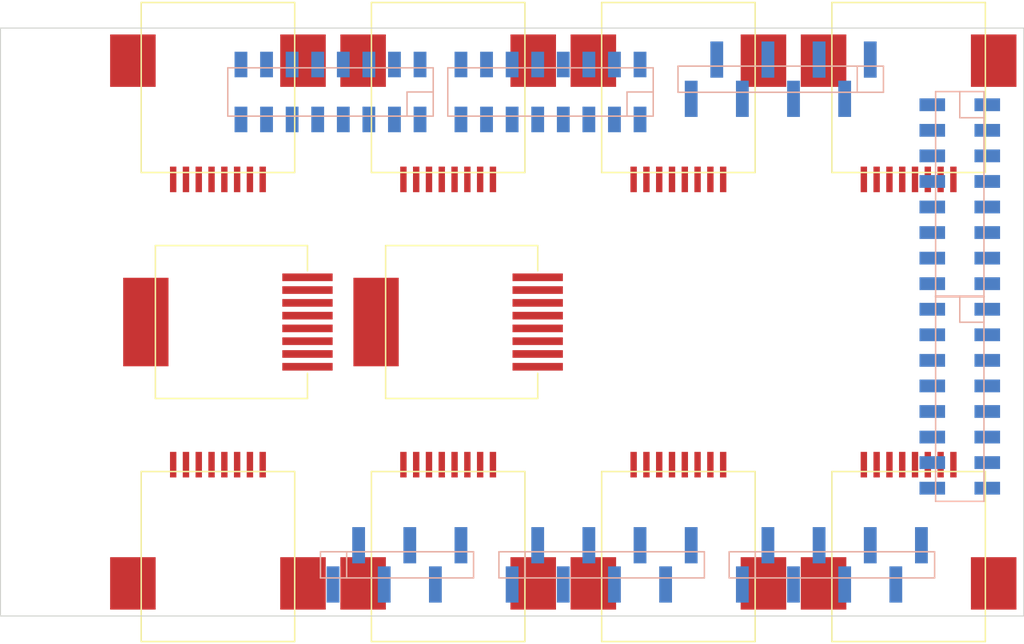
<source format=kicad_pcb>
(kicad_pcb (version 3) (host pcbnew "(2013-07-07 BZR 4022)-stable")

  (general
    (links 2)
    (no_connects 2)
    (area 50.749999 45.216 153.117474 109.724)
    (thickness 1.6)
    (drawings 4)
    (tracks 0)
    (zones 0)
    (modules 18)
    (nets 2)
  )

  (page A3)
  (layers
    (15 F.Cu signal)
    (0 B.Cu signal)
    (16 B.Adhes user)
    (17 F.Adhes user)
    (18 B.Paste user)
    (19 F.Paste user)
    (20 B.SilkS user)
    (21 F.SilkS user)
    (22 B.Mask user)
    (23 F.Mask user)
    (24 Dwgs.User user)
    (25 Cmts.User user)
    (26 Eco1.User user)
    (27 Eco2.User user)
    (28 Edge.Cuts user)
  )

  (setup
    (last_trace_width 0.254)
    (trace_clearance 0.254)
    (zone_clearance 0.508)
    (zone_45_only no)
    (trace_min 0.254)
    (segment_width 0.2)
    (edge_width 0.1)
    (via_size 0.889)
    (via_drill 0.635)
    (via_min_size 0.889)
    (via_min_drill 0.508)
    (uvia_size 0.508)
    (uvia_drill 0.127)
    (uvias_allowed no)
    (uvia_min_size 0.508)
    (uvia_min_drill 0.127)
    (pcb_text_width 0.3)
    (pcb_text_size 1.5 1.5)
    (mod_edge_width 0.15)
    (mod_text_size 1 1)
    (mod_text_width 0.15)
    (pad_size 8.8 4.5)
    (pad_drill 0)
    (pad_to_mask_clearance 0)
    (aux_axis_origin 0 0)
    (visible_elements 7FFFFFFF)
    (pcbplotparams
      (layerselection 3178497)
      (usegerberextensions true)
      (excludeedgelayer true)
      (linewidth 0.150000)
      (plotframeref false)
      (viasonmask false)
      (mode 1)
      (useauxorigin false)
      (hpglpennumber 1)
      (hpglpenspeed 20)
      (hpglpendiameter 15)
      (hpglpenoverlay 2)
      (psnegative false)
      (psa4output false)
      (plotreference true)
      (plotvalue true)
      (plotothertext true)
      (plotinvisibletext false)
      (padsonsilk false)
      (subtractmaskfromsilk false)
      (outputformat 1)
      (mirror false)
      (drillshape 1)
      (scaleselection 1)
      (outputdirectory ""))
  )

  (net 0 "")
  (net 1 GND)

  (net_class Default "This is the default net class."
    (clearance 0.254)
    (trace_width 0.254)
    (via_dia 0.889)
    (via_drill 0.635)
    (uvia_dia 0.508)
    (uvia_drill 0.127)
    (add_net "")
    (add_net GND)
  )

  (module CONN-WM6469CT (layer F.Cu) (tedit 522B8F35) (tstamp 522BB075)
    (at 72.39 109.22)
    (descr "Conn, RJ45")
    (tags Conn)
    (path /522B92BB)
    (fp_text reference J1 (at 0 -11.43) (layer F.SilkS) hide
      (effects (font (size 1 1) (thickness 0.15)))
    )
    (fp_text value MTR1 (at 0 -12.7) (layer F.SilkS) hide
      (effects (font (size 1 1) (thickness 0.15)))
    )
    (fp_line (start -7.62 0) (end -7.62 -16.891) (layer F.SilkS) (width 0.15))
    (fp_line (start -7.62 -16.891) (end 7.62 -16.891) (layer F.SilkS) (width 0.15))
    (fp_line (start 7.62 -16.891) (end 7.62 0) (layer F.SilkS) (width 0.15))
    (fp_line (start 7.62 0) (end -7.62 0) (layer F.SilkS) (width 0.15))
    (pad 1 smd rect (at -4.445 -17.5768) (size 0.635 2.54)
      (layers F.Cu F.Paste F.Mask)
    )
    (pad 2 smd rect (at -3.175 -17.5768) (size 0.635 2.54)
      (layers F.Cu F.Paste F.Mask)
    )
    (pad 3 smd rect (at -1.905 -17.5768) (size 0.635 2.54)
      (layers F.Cu F.Paste F.Mask)
    )
    (pad 4 smd rect (at -0.635 -17.5768) (size 0.635 2.54)
      (layers F.Cu F.Paste F.Mask)
    )
    (pad 5 smd rect (at 0.635 -17.5768) (size 0.635 2.54)
      (layers F.Cu F.Paste F.Mask)
    )
    (pad 6 smd rect (at 1.905 -17.5768) (size 0.635 2.54)
      (layers F.Cu F.Paste F.Mask)
    )
    (pad 7 smd rect (at 3.175 -17.5768) (size 0.635 2.54)
      (layers F.Cu F.Paste F.Mask)
    )
    (pad 8 smd rect (at 4.445 -17.5768) (size 0.635 2.54)
      (layers F.Cu F.Paste F.Mask)
    )
    (pad "" smd rect (at 8.4455 -5.7785) (size 4.5212 5.207)
      (layers F.Cu F.Paste F.Mask)
    )
    (pad "" smd rect (at -8.4455 -5.7785) (size 4.5212 5.207)
      (layers F.Cu F.Paste F.Mask)
    )
  )

  (module CONN-WM6469CT (layer F.Cu) (tedit 522B8F35) (tstamp 522BB062)
    (at 118.11 109.22)
    (descr "Conn, RJ45")
    (tags Conn)
    (path /522B92CA)
    (fp_text reference J3 (at 0 -11.43) (layer F.SilkS) hide
      (effects (font (size 1 1) (thickness 0.15)))
    )
    (fp_text value MTR2 (at 0 -12.7) (layer F.SilkS) hide
      (effects (font (size 1 1) (thickness 0.15)))
    )
    (fp_line (start -7.62 0) (end -7.62 -16.891) (layer F.SilkS) (width 0.15))
    (fp_line (start -7.62 -16.891) (end 7.62 -16.891) (layer F.SilkS) (width 0.15))
    (fp_line (start 7.62 -16.891) (end 7.62 0) (layer F.SilkS) (width 0.15))
    (fp_line (start 7.62 0) (end -7.62 0) (layer F.SilkS) (width 0.15))
    (pad 1 smd rect (at -4.445 -17.5768) (size 0.635 2.54)
      (layers F.Cu F.Paste F.Mask)
    )
    (pad 2 smd rect (at -3.175 -17.5768) (size 0.635 2.54)
      (layers F.Cu F.Paste F.Mask)
    )
    (pad 3 smd rect (at -1.905 -17.5768) (size 0.635 2.54)
      (layers F.Cu F.Paste F.Mask)
    )
    (pad 4 smd rect (at -0.635 -17.5768) (size 0.635 2.54)
      (layers F.Cu F.Paste F.Mask)
    )
    (pad 5 smd rect (at 0.635 -17.5768) (size 0.635 2.54)
      (layers F.Cu F.Paste F.Mask)
    )
    (pad 6 smd rect (at 1.905 -17.5768) (size 0.635 2.54)
      (layers F.Cu F.Paste F.Mask)
    )
    (pad 7 smd rect (at 3.175 -17.5768) (size 0.635 2.54)
      (layers F.Cu F.Paste F.Mask)
    )
    (pad 8 smd rect (at 4.445 -17.5768) (size 0.635 2.54)
      (layers F.Cu F.Paste F.Mask)
    )
    (pad "" smd rect (at 8.4455 -5.7785) (size 4.5212 5.207)
      (layers F.Cu F.Paste F.Mask)
    )
    (pad "" smd rect (at -8.4455 -5.7785) (size 4.5212 5.207)
      (layers F.Cu F.Paste F.Mask)
    )
  )

  (module CONN-WM6469CT (layer F.Cu) (tedit 522B8F35) (tstamp 522BB04F)
    (at 95.25 45.72 180)
    (descr "Conn, RJ45")
    (tags Conn)
    (path /522B92D9)
    (fp_text reference J5 (at 0 -11.43 180) (layer F.SilkS) hide
      (effects (font (size 1 1) (thickness 0.15)))
    )
    (fp_text value MTR3 (at 0 -12.7 180) (layer F.SilkS) hide
      (effects (font (size 1 1) (thickness 0.15)))
    )
    (fp_line (start -7.62 0) (end -7.62 -16.891) (layer F.SilkS) (width 0.15))
    (fp_line (start -7.62 -16.891) (end 7.62 -16.891) (layer F.SilkS) (width 0.15))
    (fp_line (start 7.62 -16.891) (end 7.62 0) (layer F.SilkS) (width 0.15))
    (fp_line (start 7.62 0) (end -7.62 0) (layer F.SilkS) (width 0.15))
    (pad 1 smd rect (at -4.445 -17.5768 180) (size 0.635 2.54)
      (layers F.Cu F.Paste F.Mask)
    )
    (pad 2 smd rect (at -3.175 -17.5768 180) (size 0.635 2.54)
      (layers F.Cu F.Paste F.Mask)
    )
    (pad 3 smd rect (at -1.905 -17.5768 180) (size 0.635 2.54)
      (layers F.Cu F.Paste F.Mask)
    )
    (pad 4 smd rect (at -0.635 -17.5768 180) (size 0.635 2.54)
      (layers F.Cu F.Paste F.Mask)
    )
    (pad 5 smd rect (at 0.635 -17.5768 180) (size 0.635 2.54)
      (layers F.Cu F.Paste F.Mask)
    )
    (pad 6 smd rect (at 1.905 -17.5768 180) (size 0.635 2.54)
      (layers F.Cu F.Paste F.Mask)
    )
    (pad 7 smd rect (at 3.175 -17.5768 180) (size 0.635 2.54)
      (layers F.Cu F.Paste F.Mask)
    )
    (pad 8 smd rect (at 4.445 -17.5768 180) (size 0.635 2.54)
      (layers F.Cu F.Paste F.Mask)
    )
    (pad "" smd rect (at 8.4455 -5.7785 180) (size 4.5212 5.207)
      (layers F.Cu F.Paste F.Mask)
    )
    (pad "" smd rect (at -8.4455 -5.7785 180) (size 4.5212 5.207)
      (layers F.Cu F.Paste F.Mask)
    )
  )

  (module CONN-WM6469CT (layer F.Cu) (tedit 522B8F35) (tstamp 522BB03C)
    (at 95.25 109.22)
    (descr "Conn, RJ45")
    (tags Conn)
    (path /522B92E8)
    (fp_text reference J2 (at 0 -11.43) (layer F.SilkS) hide
      (effects (font (size 1 1) (thickness 0.15)))
    )
    (fp_text value MTR4 (at 0 -12.7) (layer F.SilkS) hide
      (effects (font (size 1 1) (thickness 0.15)))
    )
    (fp_line (start -7.62 0) (end -7.62 -16.891) (layer F.SilkS) (width 0.15))
    (fp_line (start -7.62 -16.891) (end 7.62 -16.891) (layer F.SilkS) (width 0.15))
    (fp_line (start 7.62 -16.891) (end 7.62 0) (layer F.SilkS) (width 0.15))
    (fp_line (start 7.62 0) (end -7.62 0) (layer F.SilkS) (width 0.15))
    (pad 1 smd rect (at -4.445 -17.5768) (size 0.635 2.54)
      (layers F.Cu F.Paste F.Mask)
    )
    (pad 2 smd rect (at -3.175 -17.5768) (size 0.635 2.54)
      (layers F.Cu F.Paste F.Mask)
    )
    (pad 3 smd rect (at -1.905 -17.5768) (size 0.635 2.54)
      (layers F.Cu F.Paste F.Mask)
    )
    (pad 4 smd rect (at -0.635 -17.5768) (size 0.635 2.54)
      (layers F.Cu F.Paste F.Mask)
    )
    (pad 5 smd rect (at 0.635 -17.5768) (size 0.635 2.54)
      (layers F.Cu F.Paste F.Mask)
    )
    (pad 6 smd rect (at 1.905 -17.5768) (size 0.635 2.54)
      (layers F.Cu F.Paste F.Mask)
    )
    (pad 7 smd rect (at 3.175 -17.5768) (size 0.635 2.54)
      (layers F.Cu F.Paste F.Mask)
    )
    (pad 8 smd rect (at 4.445 -17.5768) (size 0.635 2.54)
      (layers F.Cu F.Paste F.Mask)
    )
    (pad "" smd rect (at 8.4455 -5.7785) (size 4.5212 5.207)
      (layers F.Cu F.Paste F.Mask)
    )
    (pad "" smd rect (at -8.4455 -5.7785) (size 4.5212 5.207)
      (layers F.Cu F.Paste F.Mask)
    )
  )

  (module CONN-WM6469CT (layer F.Cu) (tedit 522B8F35) (tstamp 522BB029)
    (at 72.39 45.72 180)
    (descr "Conn, RJ45")
    (tags Conn)
    (path /522B92F7)
    (fp_text reference J4 (at 0 -11.43 180) (layer F.SilkS) hide
      (effects (font (size 1 1) (thickness 0.15)))
    )
    (fp_text value MTR5 (at 0 -12.7 180) (layer F.SilkS) hide
      (effects (font (size 1 1) (thickness 0.15)))
    )
    (fp_line (start -7.62 0) (end -7.62 -16.891) (layer F.SilkS) (width 0.15))
    (fp_line (start -7.62 -16.891) (end 7.62 -16.891) (layer F.SilkS) (width 0.15))
    (fp_line (start 7.62 -16.891) (end 7.62 0) (layer F.SilkS) (width 0.15))
    (fp_line (start 7.62 0) (end -7.62 0) (layer F.SilkS) (width 0.15))
    (pad 1 smd rect (at -4.445 -17.5768 180) (size 0.635 2.54)
      (layers F.Cu F.Paste F.Mask)
    )
    (pad 2 smd rect (at -3.175 -17.5768 180) (size 0.635 2.54)
      (layers F.Cu F.Paste F.Mask)
    )
    (pad 3 smd rect (at -1.905 -17.5768 180) (size 0.635 2.54)
      (layers F.Cu F.Paste F.Mask)
    )
    (pad 4 smd rect (at -0.635 -17.5768 180) (size 0.635 2.54)
      (layers F.Cu F.Paste F.Mask)
    )
    (pad 5 smd rect (at 0.635 -17.5768 180) (size 0.635 2.54)
      (layers F.Cu F.Paste F.Mask)
    )
    (pad 6 smd rect (at 1.905 -17.5768 180) (size 0.635 2.54)
      (layers F.Cu F.Paste F.Mask)
    )
    (pad 7 smd rect (at 3.175 -17.5768 180) (size 0.635 2.54)
      (layers F.Cu F.Paste F.Mask)
    )
    (pad 8 smd rect (at 4.445 -17.5768 180) (size 0.635 2.54)
      (layers F.Cu F.Paste F.Mask)
    )
    (pad "" smd rect (at 8.4455 -5.7785 180) (size 4.5212 5.207)
      (layers F.Cu F.Paste F.Mask)
    )
    (pad "" smd rect (at -8.4455 -5.7785 180) (size 4.5212 5.207)
      (layers F.Cu F.Paste F.Mask)
    )
  )

  (module CONN-WM6469CT (layer F.Cu) (tedit 522B8F35) (tstamp 522BB016)
    (at 118.11 45.72 180)
    (descr "Conn, RJ45")
    (tags Conn)
    (path /522B9306)
    (fp_text reference J6 (at 0 -11.43 180) (layer F.SilkS) hide
      (effects (font (size 1 1) (thickness 0.15)))
    )
    (fp_text value MTR6 (at 0 -12.7 180) (layer F.SilkS) hide
      (effects (font (size 1 1) (thickness 0.15)))
    )
    (fp_line (start -7.62 0) (end -7.62 -16.891) (layer F.SilkS) (width 0.15))
    (fp_line (start -7.62 -16.891) (end 7.62 -16.891) (layer F.SilkS) (width 0.15))
    (fp_line (start 7.62 -16.891) (end 7.62 0) (layer F.SilkS) (width 0.15))
    (fp_line (start 7.62 0) (end -7.62 0) (layer F.SilkS) (width 0.15))
    (pad 1 smd rect (at -4.445 -17.5768 180) (size 0.635 2.54)
      (layers F.Cu F.Paste F.Mask)
    )
    (pad 2 smd rect (at -3.175 -17.5768 180) (size 0.635 2.54)
      (layers F.Cu F.Paste F.Mask)
    )
    (pad 3 smd rect (at -1.905 -17.5768 180) (size 0.635 2.54)
      (layers F.Cu F.Paste F.Mask)
    )
    (pad 4 smd rect (at -0.635 -17.5768 180) (size 0.635 2.54)
      (layers F.Cu F.Paste F.Mask)
    )
    (pad 5 smd rect (at 0.635 -17.5768 180) (size 0.635 2.54)
      (layers F.Cu F.Paste F.Mask)
    )
    (pad 6 smd rect (at 1.905 -17.5768 180) (size 0.635 2.54)
      (layers F.Cu F.Paste F.Mask)
    )
    (pad 7 smd rect (at 3.175 -17.5768 180) (size 0.635 2.54)
      (layers F.Cu F.Paste F.Mask)
    )
    (pad 8 smd rect (at 4.445 -17.5768 180) (size 0.635 2.54)
      (layers F.Cu F.Paste F.Mask)
    )
    (pad "" smd rect (at 8.4455 -5.7785 180) (size 4.5212 5.207)
      (layers F.Cu F.Paste F.Mask)
    )
    (pad "" smd rect (at -8.4455 -5.7785 180) (size 4.5212 5.207)
      (layers F.Cu F.Paste F.Mask)
    )
  )

  (module CONN-WM6469CT (layer F.Cu) (tedit 522B8F35) (tstamp 522BB003)
    (at 140.97 109.22)
    (descr "Conn, RJ45")
    (tags Conn)
    (path /522BA1BB)
    (fp_text reference J7 (at 0 -11.43) (layer F.SilkS) hide
      (effects (font (size 1 1) (thickness 0.15)))
    )
    (fp_text value VID (at 0 -12.7) (layer F.SilkS) hide
      (effects (font (size 1 1) (thickness 0.15)))
    )
    (fp_line (start -7.62 0) (end -7.62 -16.891) (layer F.SilkS) (width 0.15))
    (fp_line (start -7.62 -16.891) (end 7.62 -16.891) (layer F.SilkS) (width 0.15))
    (fp_line (start 7.62 -16.891) (end 7.62 0) (layer F.SilkS) (width 0.15))
    (fp_line (start 7.62 0) (end -7.62 0) (layer F.SilkS) (width 0.15))
    (pad 1 smd rect (at -4.445 -17.5768) (size 0.635 2.54)
      (layers F.Cu F.Paste F.Mask)
    )
    (pad 2 smd rect (at -3.175 -17.5768) (size 0.635 2.54)
      (layers F.Cu F.Paste F.Mask)
    )
    (pad 3 smd rect (at -1.905 -17.5768) (size 0.635 2.54)
      (layers F.Cu F.Paste F.Mask)
    )
    (pad 4 smd rect (at -0.635 -17.5768) (size 0.635 2.54)
      (layers F.Cu F.Paste F.Mask)
    )
    (pad 5 smd rect (at 0.635 -17.5768) (size 0.635 2.54)
      (layers F.Cu F.Paste F.Mask)
    )
    (pad 6 smd rect (at 1.905 -17.5768) (size 0.635 2.54)
      (layers F.Cu F.Paste F.Mask)
    )
    (pad 7 smd rect (at 3.175 -17.5768) (size 0.635 2.54)
      (layers F.Cu F.Paste F.Mask)
    )
    (pad 8 smd rect (at 4.445 -17.5768) (size 0.635 2.54)
      (layers F.Cu F.Paste F.Mask)
    )
    (pad "" smd rect (at 8.4455 -5.7785) (size 4.5212 5.207)
      (layers F.Cu F.Paste F.Mask)
    )
    (pad "" smd rect (at -8.4455 -5.7785) (size 4.5212 5.207)
      (layers F.Cu F.Paste F.Mask)
    )
  )

  (module CONN-WM6469CT (layer F.Cu) (tedit 522B8F35) (tstamp 522BAFF0)
    (at 140.97 45.72 180)
    (descr "Conn, RJ45")
    (tags Conn)
    (path /522BA1CA)
    (fp_text reference J8 (at 0 -11.43 180) (layer F.SilkS) hide
      (effects (font (size 1 1) (thickness 0.15)))
    )
    (fp_text value DAT (at 0 -12.7 180) (layer F.SilkS) hide
      (effects (font (size 1 1) (thickness 0.15)))
    )
    (fp_line (start -7.62 0) (end -7.62 -16.891) (layer F.SilkS) (width 0.15))
    (fp_line (start -7.62 -16.891) (end 7.62 -16.891) (layer F.SilkS) (width 0.15))
    (fp_line (start 7.62 -16.891) (end 7.62 0) (layer F.SilkS) (width 0.15))
    (fp_line (start 7.62 0) (end -7.62 0) (layer F.SilkS) (width 0.15))
    (pad 1 smd rect (at -4.445 -17.5768 180) (size 0.635 2.54)
      (layers F.Cu F.Paste F.Mask)
    )
    (pad 2 smd rect (at -3.175 -17.5768 180) (size 0.635 2.54)
      (layers F.Cu F.Paste F.Mask)
    )
    (pad 3 smd rect (at -1.905 -17.5768 180) (size 0.635 2.54)
      (layers F.Cu F.Paste F.Mask)
    )
    (pad 4 smd rect (at -0.635 -17.5768 180) (size 0.635 2.54)
      (layers F.Cu F.Paste F.Mask)
    )
    (pad 5 smd rect (at 0.635 -17.5768 180) (size 0.635 2.54)
      (layers F.Cu F.Paste F.Mask)
    )
    (pad 6 smd rect (at 1.905 -17.5768 180) (size 0.635 2.54)
      (layers F.Cu F.Paste F.Mask)
    )
    (pad 7 smd rect (at 3.175 -17.5768 180) (size 0.635 2.54)
      (layers F.Cu F.Paste F.Mask)
    )
    (pad 8 smd rect (at 4.445 -17.5768 180) (size 0.635 2.54)
      (layers F.Cu F.Paste F.Mask)
    )
    (pad "" smd rect (at 8.4455 -5.7785 180) (size 4.5212 5.207)
      (layers F.Cu F.Paste F.Mask)
    )
    (pad "" smd rect (at -8.4455 -5.7785 180) (size 4.5212 5.207)
      (layers F.Cu F.Paste F.Mask)
    )
  )

  (module HDRV8W38P254_8X1-SMT (layer B.Cu) (tedit 522B9F38) (tstamp 522BB26C)
    (at 110.49 101.6)
    (path /522BA62A)
    (fp_text reference J12 (at -10.9 0 270) (layer B.SilkS) hide
      (effects (font (size 1 1) (thickness 0.15)) (justify mirror))
    )
    (fp_text value CK-A0 (at 0 0) (layer B.SilkS) hide
      (effects (font (size 1 1) (thickness 0.15)) (justify mirror))
    )
    (fp_line (start -7.6 -1.3) (end -7.6 1.3) (layer B.SilkS) (width 0.15))
    (fp_line (start -10.2 1.3) (end -10.2 -1.3) (layer B.SilkS) (width 0.15))
    (fp_line (start 10.2 1.3) (end -10.2 1.3) (layer B.SilkS) (width 0.15))
    (fp_line (start 10.2 -1.3) (end -10.2 -1.3) (layer B.SilkS) (width 0.15))
    (fp_line (start 10.2 1.3) (end 10.2 -1.3) (layer B.SilkS) (width 0.15))
    (pad 1 smd rect (at -8.89 1.95) (size 1.27 3.6)
      (layers B.Cu B.Paste B.Mask)
    )
    (pad 2 smd rect (at -6.35 -1.95) (size 1.27 3.6)
      (layers B.Cu B.Paste B.Mask)
    )
    (pad 3 smd rect (at -3.81 1.95) (size 1.27 3.6)
      (layers B.Cu B.Paste B.Mask)
    )
    (pad 4 smd rect (at -1.27 -1.95) (size 1.27 3.6)
      (layers B.Cu B.Paste B.Mask)
    )
    (pad 5 smd rect (at 1.27 1.95) (size 1.27 3.6)
      (layers B.Cu B.Paste B.Mask)
    )
    (pad 6 smd rect (at 3.81 -1.95) (size 1.27 3.6)
      (layers B.Cu B.Paste B.Mask)
    )
    (pad 7 smd rect (at 6.35 1.95) (size 1.27 3.6)
      (layers B.Cu B.Paste B.Mask)
    )
    (pad 8 smd rect (at 8.89 -1.95) (size 1.27 3.6)
      (layers B.Cu B.Paste B.Mask)
    )
  )

  (module HDRV8W38P254_8X1-SMT (layer B.Cu) (tedit 522B9F38) (tstamp 522BB27D)
    (at 133.35 101.6)
    (path /522BA63E)
    (fp_text reference J13 (at -10.9 0 270) (layer B.SilkS) hide
      (effects (font (size 1 1) (thickness 0.15)) (justify mirror))
    )
    (fp_text value CK-A1 (at 0 0) (layer B.SilkS) hide
      (effects (font (size 1 1) (thickness 0.15)) (justify mirror))
    )
    (fp_line (start -7.6 -1.3) (end -7.6 1.3) (layer B.SilkS) (width 0.15))
    (fp_line (start -10.2 1.3) (end -10.2 -1.3) (layer B.SilkS) (width 0.15))
    (fp_line (start 10.2 1.3) (end -10.2 1.3) (layer B.SilkS) (width 0.15))
    (fp_line (start 10.2 -1.3) (end -10.2 -1.3) (layer B.SilkS) (width 0.15))
    (fp_line (start 10.2 1.3) (end 10.2 -1.3) (layer B.SilkS) (width 0.15))
    (pad 1 smd rect (at -8.89 1.95) (size 1.27 3.6)
      (layers B.Cu B.Paste B.Mask)
    )
    (pad 2 smd rect (at -6.35 -1.95) (size 1.27 3.6)
      (layers B.Cu B.Paste B.Mask)
    )
    (pad 3 smd rect (at -3.81 1.95) (size 1.27 3.6)
      (layers B.Cu B.Paste B.Mask)
    )
    (pad 4 smd rect (at -1.27 -1.95) (size 1.27 3.6)
      (layers B.Cu B.Paste B.Mask)
    )
    (pad 5 smd rect (at 1.27 1.95) (size 1.27 3.6)
      (layers B.Cu B.Paste B.Mask)
    )
    (pad 6 smd rect (at 3.81 -1.95) (size 1.27 3.6)
      (layers B.Cu B.Paste B.Mask)
    )
    (pad 7 smd rect (at 6.35 1.95) (size 1.27 3.6)
      (layers B.Cu B.Paste B.Mask)
    )
    (pad 8 smd rect (at 8.89 -1.95) (size 1.27 3.6)
      (layers B.Cu B.Paste B.Mask)
    )
  )

  (module HDRV8W38P254_8X1-SMT (layer B.Cu) (tedit 522B9F38) (tstamp 522BB28E)
    (at 128.27 53.34 180)
    (path /522BAA66)
    (fp_text reference J14 (at -10.9 0 450) (layer B.SilkS) hide
      (effects (font (size 1 1) (thickness 0.15)) (justify mirror))
    )
    (fp_text value CK-COM (at 0 0 180) (layer B.SilkS) hide
      (effects (font (size 1 1) (thickness 0.15)) (justify mirror))
    )
    (fp_line (start -7.6 -1.3) (end -7.6 1.3) (layer B.SilkS) (width 0.15))
    (fp_line (start -10.2 1.3) (end -10.2 -1.3) (layer B.SilkS) (width 0.15))
    (fp_line (start 10.2 1.3) (end -10.2 1.3) (layer B.SilkS) (width 0.15))
    (fp_line (start 10.2 -1.3) (end -10.2 -1.3) (layer B.SilkS) (width 0.15))
    (fp_line (start 10.2 1.3) (end 10.2 -1.3) (layer B.SilkS) (width 0.15))
    (pad 1 smd rect (at -8.89 1.95 180) (size 1.27 3.6)
      (layers B.Cu B.Paste B.Mask)
    )
    (pad 2 smd rect (at -6.35 -1.95 180) (size 1.27 3.6)
      (layers B.Cu B.Paste B.Mask)
    )
    (pad 3 smd rect (at -3.81 1.95 180) (size 1.27 3.6)
      (layers B.Cu B.Paste B.Mask)
    )
    (pad 4 smd rect (at -1.27 -1.95 180) (size 1.27 3.6)
      (layers B.Cu B.Paste B.Mask)
    )
    (pad 5 smd rect (at 1.27 1.95 180) (size 1.27 3.6)
      (layers B.Cu B.Paste B.Mask)
    )
    (pad 6 smd rect (at 3.81 -1.95 180) (size 1.27 3.6)
      (layers B.Cu B.Paste B.Mask)
    )
    (pad 7 smd rect (at 6.35 1.95 180) (size 1.27 3.6)
      (layers B.Cu B.Paste B.Mask)
    )
    (pad 8 smd rect (at 8.89 -1.95 180) (size 1.27 3.6)
      (layers B.Cu B.Paste B.Mask)
    )
  )

  (module HDRV8W38P254_6X1-SMT (layer B.Cu) (tedit 522BA08F) (tstamp 522BB29D)
    (at 90.17 101.6)
    (path /522BA607)
    (fp_text reference J11 (at -8.5 0 270) (layer B.SilkS) hide
      (effects (font (size 1 1) (thickness 0.15)) (justify mirror))
    )
    (fp_text value CK-PWR (at 0 0) (layer B.SilkS) hide
      (effects (font (size 1 1) (thickness 0.15)) (justify mirror))
    )
    (fp_line (start -5 1.3) (end -5 -1.3) (layer B.SilkS) (width 0.15))
    (fp_line (start -7.6 1.3) (end -7.6 -1.3) (layer B.SilkS) (width 0.15))
    (fp_line (start -7.6 -1.3) (end 7.6 -1.3) (layer B.SilkS) (width 0.15))
    (fp_line (start 7.6 -1.3) (end 7.6 1.3) (layer B.SilkS) (width 0.15))
    (fp_line (start 7.6 1.3) (end -7.6 1.3) (layer B.SilkS) (width 0.15))
    (pad 1 smd rect (at -6.35 1.95) (size 1.27 3.6)
      (layers B.Cu B.Paste B.Mask)
    )
    (pad 2 smd rect (at -3.81 -1.95) (size 1.27 3.6)
      (layers B.Cu B.Paste B.Mask)
    )
    (pad 3 smd rect (at -1.27 1.95) (size 1.27 3.6)
      (layers B.Cu B.Paste B.Mask)
    )
    (pad 4 smd rect (at 1.27 -1.95) (size 1.27 3.6)
      (layers B.Cu B.Paste B.Mask)
      (net 1 GND)
    )
    (pad 5 smd rect (at 3.81 1.95) (size 1.27 3.6)
      (layers B.Cu B.Paste B.Mask)
      (net 1 GND)
    )
    (pad 6 smd rect (at 6.35 -1.95) (size 1.27 3.6)
      (layers B.Cu B.Paste B.Mask)
    )
  )

  (module HDRV16W64P254_8X2-SMT (layer B.Cu) (tedit 522B9F8B) (tstamp 522BB2B7)
    (at 105.41 54.61 180)
    (descr "Header, SMT")
    (path /522BAA2A)
    (fp_text reference J15 (at 11 0 450) (layer B.SilkS) hide
      (effects (font (size 1 1) (thickness 0.15)) (justify mirror))
    )
    (fp_text value CK-D0 (at 0 0 180) (layer B.SilkS) hide
      (effects (font (size 1 1) (thickness 0.15)) (justify mirror))
    )
    (fp_line (start -10.2 0) (end -7.6 0) (layer B.SilkS) (width 0.15))
    (fp_line (start -7.6 0) (end -7.6 -2.4) (layer B.SilkS) (width 0.15))
    (fp_line (start 10.2 2.4) (end -10.2 2.4) (layer B.SilkS) (width 0.15))
    (fp_line (start -10.2 -2.4) (end 10.2 -2.4) (layer B.SilkS) (width 0.15))
    (fp_line (start 10.2 2.4) (end 10.2 -2.4) (layer B.SilkS) (width 0.15))
    (fp_line (start -10.2 -2.4) (end -10.2 2.4) (layer B.SilkS) (width 0.15))
    (pad 1 smd rect (at -8.89 -2.73 180) (size 1.27 2.54)
      (layers B.Cu B.Paste B.Mask)
    )
    (pad 2 smd rect (at -8.89 2.73 180) (size 1.27 2.54)
      (layers B.Cu B.Paste B.Mask)
    )
    (pad 3 smd rect (at -6.35 -2.73 180) (size 1.27 2.54)
      (layers B.Cu B.Paste B.Mask)
    )
    (pad 4 smd rect (at -6.35 2.73 180) (size 1.27 2.54)
      (layers B.Cu B.Paste B.Mask)
    )
    (pad 5 smd rect (at -3.81 -2.73 180) (size 1.27 2.54)
      (layers B.Cu B.Paste B.Mask)
    )
    (pad 6 smd rect (at -3.81 2.73 180) (size 1.27 2.54)
      (layers B.Cu B.Paste B.Mask)
    )
    (pad 7 smd rect (at -1.27 -2.73 180) (size 1.27 2.54)
      (layers B.Cu B.Paste B.Mask)
    )
    (pad 8 smd rect (at -1.27 2.73 180) (size 1.27 2.54)
      (layers B.Cu B.Paste B.Mask)
    )
    (pad 9 smd rect (at 1.27 -2.73 180) (size 1.27 2.54)
      (layers B.Cu B.Paste B.Mask)
    )
    (pad 10 smd rect (at 1.27 2.73 180) (size 1.27 2.54)
      (layers B.Cu B.Paste B.Mask)
    )
    (pad 11 smd rect (at 3.81 -2.73 180) (size 1.27 2.54)
      (layers B.Cu B.Paste B.Mask)
    )
    (pad 12 smd rect (at 3.81 2.73 180) (size 1.27 2.54)
      (layers B.Cu B.Paste B.Mask)
    )
    (pad 13 smd rect (at 6.35 -2.73 180) (size 1.27 2.54)
      (layers B.Cu B.Paste B.Mask)
    )
    (pad 14 smd rect (at 6.35 2.73 180) (size 1.27 2.54)
      (layers B.Cu B.Paste B.Mask)
    )
    (pad 15 smd rect (at 8.89 -2.73 180) (size 1.27 2.54)
      (layers B.Cu B.Paste B.Mask)
    )
    (pad 16 smd rect (at 8.89 2.73 180) (size 1.27 2.54)
      (layers B.Cu B.Paste B.Mask)
    )
  )

  (module HDRV16W64P254_8X2-SMT (layer B.Cu) (tedit 522B9F8B) (tstamp 522BB2D1)
    (at 83.566 54.61 180)
    (descr "Header, SMT")
    (path /522BAA39)
    (fp_text reference J17 (at 11 0 450) (layer B.SilkS) hide
      (effects (font (size 1 1) (thickness 0.15)) (justify mirror))
    )
    (fp_text value CK-D1 (at 0 0 180) (layer B.SilkS) hide
      (effects (font (size 1 1) (thickness 0.15)) (justify mirror))
    )
    (fp_line (start -10.2 0) (end -7.6 0) (layer B.SilkS) (width 0.15))
    (fp_line (start -7.6 0) (end -7.6 -2.4) (layer B.SilkS) (width 0.15))
    (fp_line (start 10.2 2.4) (end -10.2 2.4) (layer B.SilkS) (width 0.15))
    (fp_line (start -10.2 -2.4) (end 10.2 -2.4) (layer B.SilkS) (width 0.15))
    (fp_line (start 10.2 2.4) (end 10.2 -2.4) (layer B.SilkS) (width 0.15))
    (fp_line (start -10.2 -2.4) (end -10.2 2.4) (layer B.SilkS) (width 0.15))
    (pad 1 smd rect (at -8.89 -2.73 180) (size 1.27 2.54)
      (layers B.Cu B.Paste B.Mask)
    )
    (pad 2 smd rect (at -8.89 2.73 180) (size 1.27 2.54)
      (layers B.Cu B.Paste B.Mask)
    )
    (pad 3 smd rect (at -6.35 -2.73 180) (size 1.27 2.54)
      (layers B.Cu B.Paste B.Mask)
    )
    (pad 4 smd rect (at -6.35 2.73 180) (size 1.27 2.54)
      (layers B.Cu B.Paste B.Mask)
    )
    (pad 5 smd rect (at -3.81 -2.73 180) (size 1.27 2.54)
      (layers B.Cu B.Paste B.Mask)
    )
    (pad 6 smd rect (at -3.81 2.73 180) (size 1.27 2.54)
      (layers B.Cu B.Paste B.Mask)
    )
    (pad 7 smd rect (at -1.27 -2.73 180) (size 1.27 2.54)
      (layers B.Cu B.Paste B.Mask)
    )
    (pad 8 smd rect (at -1.27 2.73 180) (size 1.27 2.54)
      (layers B.Cu B.Paste B.Mask)
    )
    (pad 9 smd rect (at 1.27 -2.73 180) (size 1.27 2.54)
      (layers B.Cu B.Paste B.Mask)
    )
    (pad 10 smd rect (at 1.27 2.73 180) (size 1.27 2.54)
      (layers B.Cu B.Paste B.Mask)
    )
    (pad 11 smd rect (at 3.81 -2.73 180) (size 1.27 2.54)
      (layers B.Cu B.Paste B.Mask)
    )
    (pad 12 smd rect (at 3.81 2.73 180) (size 1.27 2.54)
      (layers B.Cu B.Paste B.Mask)
    )
    (pad 13 smd rect (at 6.35 -2.73 180) (size 1.27 2.54)
      (layers B.Cu B.Paste B.Mask)
    )
    (pad 14 smd rect (at 6.35 2.73 180) (size 1.27 2.54)
      (layers B.Cu B.Paste B.Mask)
      (net 1 GND)
    )
    (pad 15 smd rect (at 8.89 -2.73 180) (size 1.27 2.54)
      (layers B.Cu B.Paste B.Mask)
    )
    (pad 16 smd rect (at 8.89 2.73 180) (size 1.27 2.54)
      (layers B.Cu B.Paste B.Mask)
    )
  )

  (module HDRV16W64P254_8X2-SMT (layer B.Cu) (tedit 522B9F8B) (tstamp 522BB2EB)
    (at 146.05 64.77 270)
    (descr "Header, SMT")
    (path /522BAA48)
    (fp_text reference J16 (at 11 0 540) (layer B.SilkS) hide
      (effects (font (size 1 1) (thickness 0.15)) (justify mirror))
    )
    (fp_text value CK-X0 (at 0 0 270) (layer B.SilkS) hide
      (effects (font (size 1 1) (thickness 0.15)) (justify mirror))
    )
    (fp_line (start -10.2 0) (end -7.6 0) (layer B.SilkS) (width 0.15))
    (fp_line (start -7.6 0) (end -7.6 -2.4) (layer B.SilkS) (width 0.15))
    (fp_line (start 10.2 2.4) (end -10.2 2.4) (layer B.SilkS) (width 0.15))
    (fp_line (start -10.2 -2.4) (end 10.2 -2.4) (layer B.SilkS) (width 0.15))
    (fp_line (start 10.2 2.4) (end 10.2 -2.4) (layer B.SilkS) (width 0.15))
    (fp_line (start -10.2 -2.4) (end -10.2 2.4) (layer B.SilkS) (width 0.15))
    (pad 1 smd rect (at -8.89 -2.73 270) (size 1.27 2.54)
      (layers B.Cu B.Paste B.Mask)
    )
    (pad 2 smd rect (at -8.89 2.73 270) (size 1.27 2.54)
      (layers B.Cu B.Paste B.Mask)
    )
    (pad 3 smd rect (at -6.35 -2.73 270) (size 1.27 2.54)
      (layers B.Cu B.Paste B.Mask)
    )
    (pad 4 smd rect (at -6.35 2.73 270) (size 1.27 2.54)
      (layers B.Cu B.Paste B.Mask)
    )
    (pad 5 smd rect (at -3.81 -2.73 270) (size 1.27 2.54)
      (layers B.Cu B.Paste B.Mask)
    )
    (pad 6 smd rect (at -3.81 2.73 270) (size 1.27 2.54)
      (layers B.Cu B.Paste B.Mask)
    )
    (pad 7 smd rect (at -1.27 -2.73 270) (size 1.27 2.54)
      (layers B.Cu B.Paste B.Mask)
    )
    (pad 8 smd rect (at -1.27 2.73 270) (size 1.27 2.54)
      (layers B.Cu B.Paste B.Mask)
    )
    (pad 9 smd rect (at 1.27 -2.73 270) (size 1.27 2.54)
      (layers B.Cu B.Paste B.Mask)
    )
    (pad 10 smd rect (at 1.27 2.73 270) (size 1.27 2.54)
      (layers B.Cu B.Paste B.Mask)
    )
    (pad 11 smd rect (at 3.81 -2.73 270) (size 1.27 2.54)
      (layers B.Cu B.Paste B.Mask)
    )
    (pad 12 smd rect (at 3.81 2.73 270) (size 1.27 2.54)
      (layers B.Cu B.Paste B.Mask)
    )
    (pad 13 smd rect (at 6.35 -2.73 270) (size 1.27 2.54)
      (layers B.Cu B.Paste B.Mask)
    )
    (pad 14 smd rect (at 6.35 2.73 270) (size 1.27 2.54)
      (layers B.Cu B.Paste B.Mask)
    )
    (pad 15 smd rect (at 8.89 -2.73 270) (size 1.27 2.54)
      (layers B.Cu B.Paste B.Mask)
    )
    (pad 16 smd rect (at 8.89 2.73 270) (size 1.27 2.54)
      (layers B.Cu B.Paste B.Mask)
    )
  )

  (module HDRV16W64P254_8X2-SMT (layer B.Cu) (tedit 522B9F8B) (tstamp 522BB305)
    (at 146.05 85.09 270)
    (descr "Header, SMT")
    (path /522BAA57)
    (fp_text reference J18 (at 11 0 540) (layer B.SilkS) hide
      (effects (font (size 1 1) (thickness 0.15)) (justify mirror))
    )
    (fp_text value CK-X1 (at 0 0 270) (layer B.SilkS) hide
      (effects (font (size 1 1) (thickness 0.15)) (justify mirror))
    )
    (fp_line (start -10.2 0) (end -7.6 0) (layer B.SilkS) (width 0.15))
    (fp_line (start -7.6 0) (end -7.6 -2.4) (layer B.SilkS) (width 0.15))
    (fp_line (start 10.2 2.4) (end -10.2 2.4) (layer B.SilkS) (width 0.15))
    (fp_line (start -10.2 -2.4) (end 10.2 -2.4) (layer B.SilkS) (width 0.15))
    (fp_line (start 10.2 2.4) (end 10.2 -2.4) (layer B.SilkS) (width 0.15))
    (fp_line (start -10.2 -2.4) (end -10.2 2.4) (layer B.SilkS) (width 0.15))
    (pad 1 smd rect (at -8.89 -2.73 270) (size 1.27 2.54)
      (layers B.Cu B.Paste B.Mask)
    )
    (pad 2 smd rect (at -8.89 2.73 270) (size 1.27 2.54)
      (layers B.Cu B.Paste B.Mask)
    )
    (pad 3 smd rect (at -6.35 -2.73 270) (size 1.27 2.54)
      (layers B.Cu B.Paste B.Mask)
    )
    (pad 4 smd rect (at -6.35 2.73 270) (size 1.27 2.54)
      (layers B.Cu B.Paste B.Mask)
    )
    (pad 5 smd rect (at -3.81 -2.73 270) (size 1.27 2.54)
      (layers B.Cu B.Paste B.Mask)
    )
    (pad 6 smd rect (at -3.81 2.73 270) (size 1.27 2.54)
      (layers B.Cu B.Paste B.Mask)
    )
    (pad 7 smd rect (at -1.27 -2.73 270) (size 1.27 2.54)
      (layers B.Cu B.Paste B.Mask)
    )
    (pad 8 smd rect (at -1.27 2.73 270) (size 1.27 2.54)
      (layers B.Cu B.Paste B.Mask)
    )
    (pad 9 smd rect (at 1.27 -2.73 270) (size 1.27 2.54)
      (layers B.Cu B.Paste B.Mask)
    )
    (pad 10 smd rect (at 1.27 2.73 270) (size 1.27 2.54)
      (layers B.Cu B.Paste B.Mask)
    )
    (pad 11 smd rect (at 3.81 -2.73 270) (size 1.27 2.54)
      (layers B.Cu B.Paste B.Mask)
    )
    (pad 12 smd rect (at 3.81 2.73 270) (size 1.27 2.54)
      (layers B.Cu B.Paste B.Mask)
    )
    (pad 13 smd rect (at 6.35 -2.73 270) (size 1.27 2.54)
      (layers B.Cu B.Paste B.Mask)
    )
    (pad 14 smd rect (at 6.35 2.73 270) (size 1.27 2.54)
      (layers B.Cu B.Paste B.Mask)
    )
    (pad 15 smd rect (at 8.89 -2.73 270) (size 1.27 2.54)
      (layers B.Cu B.Paste B.Mask)
    )
    (pad 16 smd rect (at 8.89 2.73 270) (size 1.27 2.54)
      (layers B.Cu B.Paste B.Mask)
    )
  )

  (module CONN-WM3553CT (layer F.Cu) (tedit 522BB37A) (tstamp 522BAFDD)
    (at 81.28 77.47 90)
    (descr "Conn, RJ45, SMT, Top")
    (path /522BA314)
    (fp_text reference J9 (at 0 3.81 90) (layer F.SilkS) hide
      (effects (font (size 1 1) (thickness 0.15)))
    )
    (fp_text value ARM (at 0 -3.81 90) (layer F.SilkS) hide
      (effects (font (size 1 1) (thickness 0.15)))
    )
    (fp_line (start -5.1 0) (end -7.6 0) (layer F.SilkS) (width 0.15))
    (fp_line (start -7.6 0) (end -7.6 -15.1) (layer F.SilkS) (width 0.15))
    (fp_line (start -7.6 -15.1) (end 7.6 -15.1) (layer F.SilkS) (width 0.15))
    (fp_line (start 7.6 -15.1) (end 7.6 0) (layer F.SilkS) (width 0.15))
    (fp_line (start 7.6 0) (end 5.1 0) (layer F.SilkS) (width 0.15))
    (pad 1 smd rect (at 4.445 0 90) (size 0.76 5)
      (layers F.Cu F.Paste F.Mask)
    )
    (pad 2 smd rect (at 3.175 0 90) (size 0.76 5)
      (layers F.Cu F.Paste F.Mask)
    )
    (pad 3 smd rect (at 1.905 0 90) (size 0.76 5)
      (layers F.Cu F.Paste F.Mask)
    )
    (pad 4 smd rect (at 0.635 0 90) (size 0.76 5)
      (layers F.Cu F.Paste F.Mask)
    )
    (pad 5 smd rect (at -0.635 0 90) (size 0.76 5)
      (layers F.Cu F.Paste F.Mask)
    )
    (pad 6 smd rect (at -1.905 0 90) (size 0.76 5)
      (layers F.Cu F.Paste F.Mask)
    )
    (pad 7 smd rect (at -3.175 0 90) (size 0.76 5)
      (layers F.Cu F.Paste F.Mask)
    )
    (pad 8 smd rect (at -4.445 0 90) (size 0.76 5)
      (layers F.Cu F.Paste F.Mask)
    )
    (pad "" smd rect (at 0 -16.05 90) (size 8.8 4.5)
      (layers F.Cu F.Paste F.Mask)
    )
  )

  (module CONN-WM3553CT (layer F.Cu) (tedit 522BB37A) (tstamp 522BAFCA)
    (at 104.14 77.47 90)
    (descr "Conn, RJ45, SMT, Top")
    (path /522BA323)
    (fp_text reference J10 (at 0 3.81 90) (layer F.SilkS) hide
      (effects (font (size 1 1) (thickness 0.15)))
    )
    (fp_text value CAM (at 0 -3.81 90) (layer F.SilkS) hide
      (effects (font (size 1 1) (thickness 0.15)))
    )
    (fp_line (start -5.1 0) (end -7.6 0) (layer F.SilkS) (width 0.15))
    (fp_line (start -7.6 0) (end -7.6 -15.1) (layer F.SilkS) (width 0.15))
    (fp_line (start -7.6 -15.1) (end 7.6 -15.1) (layer F.SilkS) (width 0.15))
    (fp_line (start 7.6 -15.1) (end 7.6 0) (layer F.SilkS) (width 0.15))
    (fp_line (start 7.6 0) (end 5.1 0) (layer F.SilkS) (width 0.15))
    (pad 1 smd rect (at 4.445 0 90) (size 0.76 5)
      (layers F.Cu F.Paste F.Mask)
    )
    (pad 2 smd rect (at 3.175 0 90) (size 0.76 5)
      (layers F.Cu F.Paste F.Mask)
    )
    (pad 3 smd rect (at 1.905 0 90) (size 0.76 5)
      (layers F.Cu F.Paste F.Mask)
    )
    (pad 4 smd rect (at 0.635 0 90) (size 0.76 5)
      (layers F.Cu F.Paste F.Mask)
    )
    (pad 5 smd rect (at -0.635 0 90) (size 0.76 5)
      (layers F.Cu F.Paste F.Mask)
    )
    (pad 6 smd rect (at -1.905 0 90) (size 0.76 5)
      (layers F.Cu F.Paste F.Mask)
    )
    (pad 7 smd rect (at -3.175 0 90) (size 0.76 5)
      (layers F.Cu F.Paste F.Mask)
    )
    (pad 8 smd rect (at -4.445 0 90) (size 0.76 5)
      (layers F.Cu F.Paste F.Mask)
    )
    (pad "" smd rect (at 0 -16.05 90) (size 8.8 4.5)
      (layers F.Cu F.Paste F.Mask)
    )
  )

  (gr_line (start 50.8 48.26) (end 50.8 106.68) (angle 90) (layer Edge.Cuts) (width 0.1))
  (gr_line (start 152.4 48.26) (end 50.8 48.26) (angle 90) (layer Edge.Cuts) (width 0.1))
  (gr_line (start 152.4 106.68) (end 152.4 48.26) (angle 90) (layer Edge.Cuts) (width 0.1))
  (gr_line (start 50.8 106.68) (end 152.4 106.68) (angle 90) (layer Edge.Cuts) (width 0.1))

)

</source>
